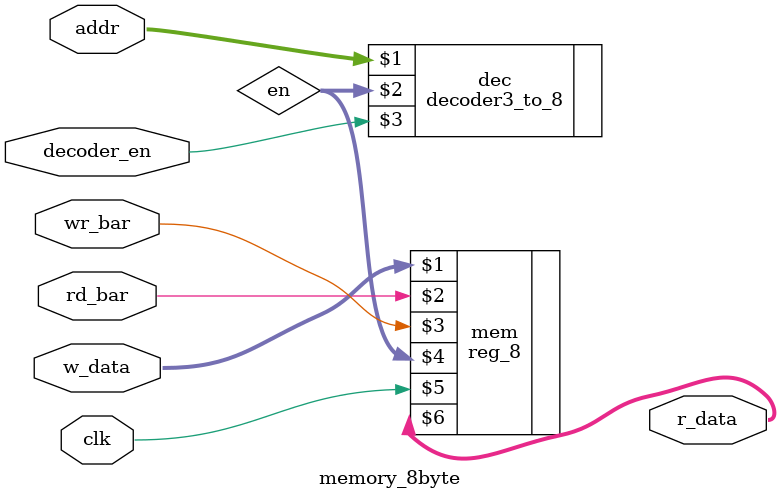
<source format=v>
module memory_8byte(input [7:0] w_data,
                    input clk,
					input rd_bar,
					input wr_bar,
					input [2:0] addr,
					input decoder_en,
					output [7:0] r_data);
					
		wire [7:0]en;
					
	reg_8 mem(w_data,rd_bar, wr_bar,en,clk,r_data);
	decoder3_to_8 dec( addr,en, decoder_en);
	
	
endmodule
</source>
